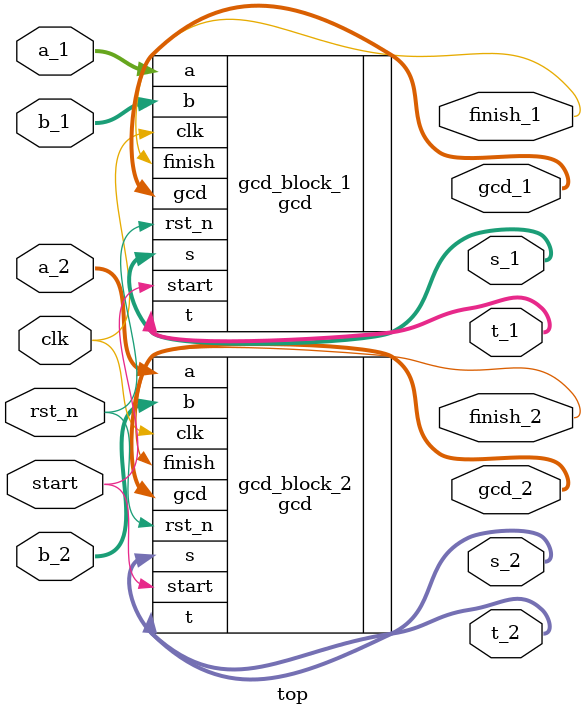
<source format=v>
module top #(parameter WIDTH = 8)(
    // input
    input                clk,
    input                rst_n,
    input                start,

    input  [2*WIDTH-1:0] a_1,
    input  [2*WIDTH-1:0] a_2,
    input  [2*WIDTH-1:0] b_1,
    input  [2*WIDTH-1:0] b_2,

    // output
    output [2*WIDTH-1:0] gcd_1,
    output [2*WIDTH-1:0] gcd_2,
    output [2*WIDTH-1:0] s_1,
    output [2*WIDTH-1:0] s_2,
    output [2*WIDTH-1:0] t_1,
    output [2*WIDTH-1:0] t_2,

    output               finish_1,
    output               finish_2

    
);

gcd gcd_block_1(
    // input
    .clk(clk),
    .rst_n(rst_n),
    .start(start),
    .a(a_1),
    .b(b_1),
    // output
    .gcd(gcd_1),
    .s(s_1),
    .t(t_1),
    .finish(finish_1)
);

gcd gcd_block_2(
    // input
    .clk(clk),
    .rst_n(rst_n),
    .start(start),
    .a(a_2),
    .b(b_2),
    // output
    .gcd(gcd_2),
    .s(s_2),
    .t(t_2),
    .finish(finish_2)
);

endmodule
</source>
